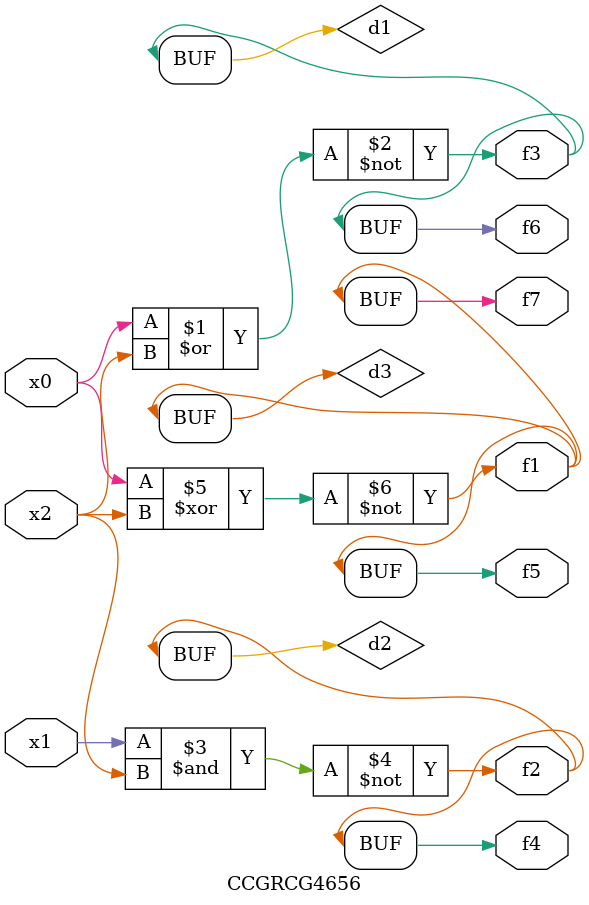
<source format=v>
module CCGRCG4656(
	input x0, x1, x2,
	output f1, f2, f3, f4, f5, f6, f7
);

	wire d1, d2, d3;

	nor (d1, x0, x2);
	nand (d2, x1, x2);
	xnor (d3, x0, x2);
	assign f1 = d3;
	assign f2 = d2;
	assign f3 = d1;
	assign f4 = d2;
	assign f5 = d3;
	assign f6 = d1;
	assign f7 = d3;
endmodule

</source>
